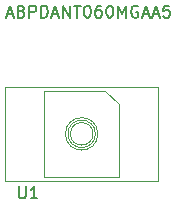
<source format=gbr>
G04 #@! TF.GenerationSoftware,KiCad,Pcbnew,5.1.12-84ad8e8a86~92~ubuntu20.04.1*
G04 #@! TF.CreationDate,2022-01-25T20:13:51-05:00*
G04 #@! TF.ProjectId,ABPDANT060MGAA5_sensor_module,41425044-414e-4543-9036-304d47414135,rev?*
G04 #@! TF.SameCoordinates,Original*
G04 #@! TF.FileFunction,Legend,Top*
G04 #@! TF.FilePolarity,Positive*
%FSLAX46Y46*%
G04 Gerber Fmt 4.6, Leading zero omitted, Abs format (unit mm)*
G04 Created by KiCad (PCBNEW 5.1.12-84ad8e8a86~92~ubuntu20.04.1) date 2022-01-25 20:13:51*
%MOMM*%
%LPD*%
G01*
G04 APERTURE LIST*
%ADD10C,0.150000*%
%ADD11C,0.120000*%
G04 APERTURE END LIST*
D10*
X106135238Y-34896666D02*
X106611428Y-34896666D01*
X106040000Y-35182380D02*
X106373333Y-34182380D01*
X106706666Y-35182380D01*
X107373333Y-34658571D02*
X107516190Y-34706190D01*
X107563809Y-34753809D01*
X107611428Y-34849047D01*
X107611428Y-34991904D01*
X107563809Y-35087142D01*
X107516190Y-35134761D01*
X107420952Y-35182380D01*
X107040000Y-35182380D01*
X107040000Y-34182380D01*
X107373333Y-34182380D01*
X107468571Y-34230000D01*
X107516190Y-34277619D01*
X107563809Y-34372857D01*
X107563809Y-34468095D01*
X107516190Y-34563333D01*
X107468571Y-34610952D01*
X107373333Y-34658571D01*
X107040000Y-34658571D01*
X108040000Y-35182380D02*
X108040000Y-34182380D01*
X108420952Y-34182380D01*
X108516190Y-34230000D01*
X108563809Y-34277619D01*
X108611428Y-34372857D01*
X108611428Y-34515714D01*
X108563809Y-34610952D01*
X108516190Y-34658571D01*
X108420952Y-34706190D01*
X108040000Y-34706190D01*
X109040000Y-35182380D02*
X109040000Y-34182380D01*
X109278095Y-34182380D01*
X109420952Y-34230000D01*
X109516190Y-34325238D01*
X109563809Y-34420476D01*
X109611428Y-34610952D01*
X109611428Y-34753809D01*
X109563809Y-34944285D01*
X109516190Y-35039523D01*
X109420952Y-35134761D01*
X109278095Y-35182380D01*
X109040000Y-35182380D01*
X109992380Y-34896666D02*
X110468571Y-34896666D01*
X109897142Y-35182380D02*
X110230476Y-34182380D01*
X110563809Y-35182380D01*
X110897142Y-35182380D02*
X110897142Y-34182380D01*
X111468571Y-35182380D01*
X111468571Y-34182380D01*
X111801904Y-34182380D02*
X112373333Y-34182380D01*
X112087619Y-35182380D02*
X112087619Y-34182380D01*
X112897142Y-34182380D02*
X112992380Y-34182380D01*
X113087619Y-34230000D01*
X113135238Y-34277619D01*
X113182857Y-34372857D01*
X113230476Y-34563333D01*
X113230476Y-34801428D01*
X113182857Y-34991904D01*
X113135238Y-35087142D01*
X113087619Y-35134761D01*
X112992380Y-35182380D01*
X112897142Y-35182380D01*
X112801904Y-35134761D01*
X112754285Y-35087142D01*
X112706666Y-34991904D01*
X112659047Y-34801428D01*
X112659047Y-34563333D01*
X112706666Y-34372857D01*
X112754285Y-34277619D01*
X112801904Y-34230000D01*
X112897142Y-34182380D01*
X114087619Y-34182380D02*
X113897142Y-34182380D01*
X113801904Y-34230000D01*
X113754285Y-34277619D01*
X113659047Y-34420476D01*
X113611428Y-34610952D01*
X113611428Y-34991904D01*
X113659047Y-35087142D01*
X113706666Y-35134761D01*
X113801904Y-35182380D01*
X113992380Y-35182380D01*
X114087619Y-35134761D01*
X114135238Y-35087142D01*
X114182857Y-34991904D01*
X114182857Y-34753809D01*
X114135238Y-34658571D01*
X114087619Y-34610952D01*
X113992380Y-34563333D01*
X113801904Y-34563333D01*
X113706666Y-34610952D01*
X113659047Y-34658571D01*
X113611428Y-34753809D01*
X114801904Y-34182380D02*
X114897142Y-34182380D01*
X114992380Y-34230000D01*
X115040000Y-34277619D01*
X115087619Y-34372857D01*
X115135238Y-34563333D01*
X115135238Y-34801428D01*
X115087619Y-34991904D01*
X115040000Y-35087142D01*
X114992380Y-35134761D01*
X114897142Y-35182380D01*
X114801904Y-35182380D01*
X114706666Y-35134761D01*
X114659047Y-35087142D01*
X114611428Y-34991904D01*
X114563809Y-34801428D01*
X114563809Y-34563333D01*
X114611428Y-34372857D01*
X114659047Y-34277619D01*
X114706666Y-34230000D01*
X114801904Y-34182380D01*
X115563809Y-35182380D02*
X115563809Y-34182380D01*
X115897142Y-34896666D01*
X116230476Y-34182380D01*
X116230476Y-35182380D01*
X117230476Y-34230000D02*
X117135238Y-34182380D01*
X116992380Y-34182380D01*
X116849523Y-34230000D01*
X116754285Y-34325238D01*
X116706666Y-34420476D01*
X116659047Y-34610952D01*
X116659047Y-34753809D01*
X116706666Y-34944285D01*
X116754285Y-35039523D01*
X116849523Y-35134761D01*
X116992380Y-35182380D01*
X117087619Y-35182380D01*
X117230476Y-35134761D01*
X117278095Y-35087142D01*
X117278095Y-34753809D01*
X117087619Y-34753809D01*
X117659047Y-34896666D02*
X118135238Y-34896666D01*
X117563809Y-35182380D02*
X117897142Y-34182380D01*
X118230476Y-35182380D01*
X118516190Y-34896666D02*
X118992380Y-34896666D01*
X118420952Y-35182380D02*
X118754285Y-34182380D01*
X119087619Y-35182380D01*
X119897142Y-34182380D02*
X119420952Y-34182380D01*
X119373333Y-34658571D01*
X119420952Y-34610952D01*
X119516190Y-34563333D01*
X119754285Y-34563333D01*
X119849523Y-34610952D01*
X119897142Y-34658571D01*
X119944761Y-34753809D01*
X119944761Y-34991904D01*
X119897142Y-35087142D01*
X119849523Y-35134761D01*
X119754285Y-35182380D01*
X119516190Y-35182380D01*
X119420952Y-35134761D01*
X119373333Y-35087142D01*
D11*
X118970000Y-49030000D02*
X105970000Y-49030000D01*
X114470000Y-41380000D02*
X115620000Y-42530000D01*
X109320000Y-41380000D02*
X114470000Y-41380000D01*
X109320000Y-48680000D02*
X109320000Y-41380000D01*
X115620000Y-48680000D02*
X109320000Y-48680000D01*
X115620000Y-42530000D02*
X115620000Y-48680000D01*
X105970000Y-41030000D02*
X118970000Y-41030000D01*
X105970000Y-49030000D02*
X105970000Y-41030000D01*
X118970000Y-41030000D02*
X118970000Y-49030000D01*
X113630000Y-45030000D02*
G75*
G03*
X113630000Y-45030000I-1160000J0D01*
G01*
X113425000Y-45030000D02*
G75*
G03*
X113425000Y-45030000I-955000J0D01*
G01*
X113840000Y-45030000D02*
G75*
G03*
X113840000Y-45030000I-1370000J0D01*
G01*
D10*
X107158095Y-49482380D02*
X107158095Y-50291904D01*
X107205714Y-50387142D01*
X107253333Y-50434761D01*
X107348571Y-50482380D01*
X107539047Y-50482380D01*
X107634285Y-50434761D01*
X107681904Y-50387142D01*
X107729523Y-50291904D01*
X107729523Y-49482380D01*
X108729523Y-50482380D02*
X108158095Y-50482380D01*
X108443809Y-50482380D02*
X108443809Y-49482380D01*
X108348571Y-49625238D01*
X108253333Y-49720476D01*
X108158095Y-49768095D01*
M02*

</source>
